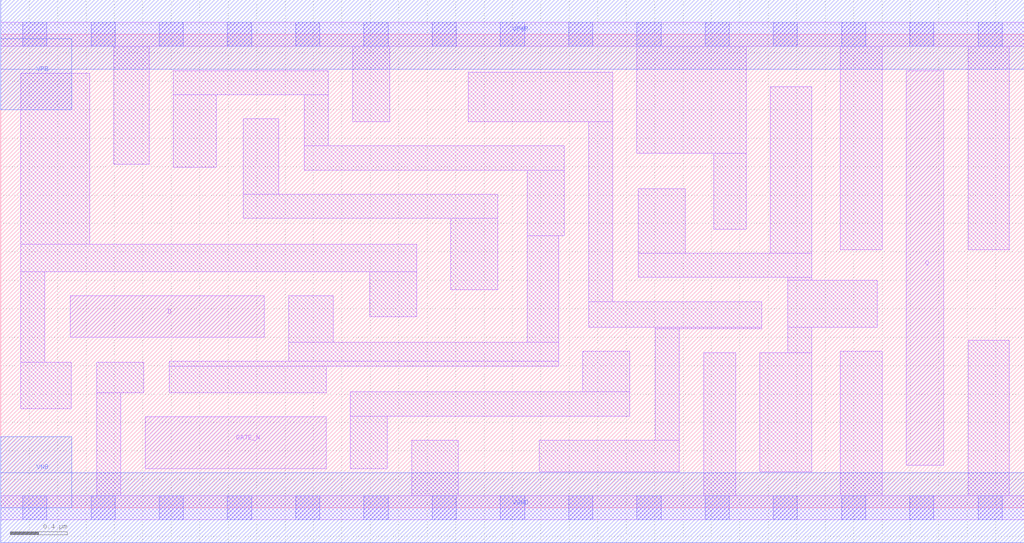
<source format=lef>
# Copyright 2020 The SkyWater PDK Authors
#
# Licensed under the Apache License, Version 2.0 (the "License");
# you may not use this file except in compliance with the License.
# You may obtain a copy of the License at
#
#     https://www.apache.org/licenses/LICENSE-2.0
#
# Unless required by applicable law or agreed to in writing, software
# distributed under the License is distributed on an "AS IS" BASIS,
# WITHOUT WARRANTIES OR CONDITIONS OF ANY KIND, either express or implied.
# See the License for the specific language governing permissions and
# limitations under the License.
#
# SPDX-License-Identifier: Apache-2.0

VERSION 5.5 ;
NAMESCASESENSITIVE ON ;
BUSBITCHARS "[]" ;
DIVIDERCHAR "/" ;
MACRO sky130_fd_sc_lp__dlxtn_2
  CLASS CORE ;
  SOURCE USER ;
  ORIGIN  0.000000  0.000000 ;
  SIZE  7.200000 BY  3.330000 ;
  SYMMETRY X Y R90 ;
  SITE unit ;
  PIN D
    ANTENNAGATEAREA  0.159000 ;
    DIRECTION INPUT ;
    USE SIGNAL ;
    PORT
      LAYER li1 ;
        RECT 0.490000 1.200000 1.855000 1.490000 ;
    END
  END D
  PIN Q
    ANTENNADIFFAREA  0.588000 ;
    DIRECTION OUTPUT ;
    USE SIGNAL ;
    PORT
      LAYER li1 ;
        RECT 6.370000 0.300000 6.635000 3.075000 ;
    END
  END Q
  PIN GATE_N
    ANTENNAGATEAREA  0.159000 ;
    DIRECTION INPUT ;
    USE CLOCK ;
    PORT
      LAYER li1 ;
        RECT 1.015000 0.275000 2.290000 0.640000 ;
    END
  END GATE_N
  PIN VGND
    DIRECTION INOUT ;
    USE GROUND ;
    PORT
      LAYER met1 ;
        RECT 0.000000 -0.245000 7.200000 0.245000 ;
    END
  END VGND
  PIN VNB
    DIRECTION INOUT ;
    USE GROUND ;
    PORT
      LAYER met1 ;
        RECT 0.000000 0.000000 0.500000 0.500000 ;
    END
  END VNB
  PIN VPB
    DIRECTION INOUT ;
    USE POWER ;
    PORT
      LAYER met1 ;
        RECT 0.000000 2.800000 0.500000 3.300000 ;
    END
  END VPB
  PIN VPWR
    DIRECTION INOUT ;
    USE POWER ;
    PORT
      LAYER met1 ;
        RECT 0.000000 3.085000 7.200000 3.575000 ;
    END
  END VPWR
  OBS
    LAYER li1 ;
      RECT 0.000000 -0.085000 7.200000 0.085000 ;
      RECT 0.000000  3.245000 7.200000 3.415000 ;
      RECT 0.140000  0.695000 0.495000 1.025000 ;
      RECT 0.140000  1.025000 0.310000 1.660000 ;
      RECT 0.140000  1.660000 2.925000 1.855000 ;
      RECT 0.140000  1.855000 0.625000 3.055000 ;
      RECT 0.675000  0.085000 0.845000 0.810000 ;
      RECT 0.675000  0.810000 1.005000 1.025000 ;
      RECT 0.795000  2.415000 1.045000 3.245000 ;
      RECT 1.185000  0.810000 2.290000 0.995000 ;
      RECT 1.185000  0.995000 3.925000 1.030000 ;
      RECT 1.215000  2.395000 1.515000 2.905000 ;
      RECT 1.215000  2.905000 2.305000 3.075000 ;
      RECT 1.705000  2.035000 3.495000 2.205000 ;
      RECT 1.705000  2.205000 1.955000 2.735000 ;
      RECT 2.025000  1.030000 3.925000 1.165000 ;
      RECT 2.025000  1.165000 2.340000 1.490000 ;
      RECT 2.135000  2.375000 3.965000 2.545000 ;
      RECT 2.135000  2.545000 2.305000 2.905000 ;
      RECT 2.460000  0.275000 2.720000 0.645000 ;
      RECT 2.460000  0.645000 4.425000 0.815000 ;
      RECT 2.475000  2.715000 2.735000 3.245000 ;
      RECT 2.595000  1.345000 2.925000 1.660000 ;
      RECT 2.890000  0.085000 3.220000 0.475000 ;
      RECT 3.165000  1.535000 3.495000 2.035000 ;
      RECT 3.290000  2.715000 4.305000 3.065000 ;
      RECT 3.705000  1.165000 3.925000 1.915000 ;
      RECT 3.705000  1.915000 3.965000 2.375000 ;
      RECT 3.790000  0.255000 4.775000 0.475000 ;
      RECT 4.095000  0.815000 4.425000 1.100000 ;
      RECT 4.135000  1.270000 5.355000 1.450000 ;
      RECT 4.135000  1.450000 4.305000 2.715000 ;
      RECT 4.475000  2.495000 5.245000 3.245000 ;
      RECT 4.485000  1.620000 5.705000 1.790000 ;
      RECT 4.485000  1.790000 4.815000 2.245000 ;
      RECT 4.605000  0.475000 4.775000 1.260000 ;
      RECT 4.605000  1.260000 5.355000 1.270000 ;
      RECT 4.945000  0.085000 5.170000 1.090000 ;
      RECT 5.015000  1.960000 5.245000 2.495000 ;
      RECT 5.340000  0.255000 5.705000 1.090000 ;
      RECT 5.415000  1.790000 5.705000 2.960000 ;
      RECT 5.535000  1.090000 5.705000 1.270000 ;
      RECT 5.535000  1.270000 6.165000 1.600000 ;
      RECT 5.535000  1.600000 5.705000 1.620000 ;
      RECT 5.905000  0.085000 6.200000 1.100000 ;
      RECT 5.905000  1.815000 6.200000 3.245000 ;
      RECT 6.805000  0.085000 7.095000 1.180000 ;
      RECT 6.805000  1.815000 7.095000 3.245000 ;
    LAYER mcon ;
      RECT 0.155000 -0.085000 0.325000 0.085000 ;
      RECT 0.155000  3.245000 0.325000 3.415000 ;
      RECT 0.635000 -0.085000 0.805000 0.085000 ;
      RECT 0.635000  3.245000 0.805000 3.415000 ;
      RECT 1.115000 -0.085000 1.285000 0.085000 ;
      RECT 1.115000  3.245000 1.285000 3.415000 ;
      RECT 1.595000 -0.085000 1.765000 0.085000 ;
      RECT 1.595000  3.245000 1.765000 3.415000 ;
      RECT 2.075000 -0.085000 2.245000 0.085000 ;
      RECT 2.075000  3.245000 2.245000 3.415000 ;
      RECT 2.555000 -0.085000 2.725000 0.085000 ;
      RECT 2.555000  3.245000 2.725000 3.415000 ;
      RECT 3.035000 -0.085000 3.205000 0.085000 ;
      RECT 3.035000  3.245000 3.205000 3.415000 ;
      RECT 3.515000 -0.085000 3.685000 0.085000 ;
      RECT 3.515000  3.245000 3.685000 3.415000 ;
      RECT 3.995000 -0.085000 4.165000 0.085000 ;
      RECT 3.995000  3.245000 4.165000 3.415000 ;
      RECT 4.475000 -0.085000 4.645000 0.085000 ;
      RECT 4.475000  3.245000 4.645000 3.415000 ;
      RECT 4.955000 -0.085000 5.125000 0.085000 ;
      RECT 4.955000  3.245000 5.125000 3.415000 ;
      RECT 5.435000 -0.085000 5.605000 0.085000 ;
      RECT 5.435000  3.245000 5.605000 3.415000 ;
      RECT 5.915000 -0.085000 6.085000 0.085000 ;
      RECT 5.915000  3.245000 6.085000 3.415000 ;
      RECT 6.395000 -0.085000 6.565000 0.085000 ;
      RECT 6.395000  3.245000 6.565000 3.415000 ;
      RECT 6.875000 -0.085000 7.045000 0.085000 ;
      RECT 6.875000  3.245000 7.045000 3.415000 ;
  END
END sky130_fd_sc_lp__dlxtn_2
END LIBRARY

</source>
